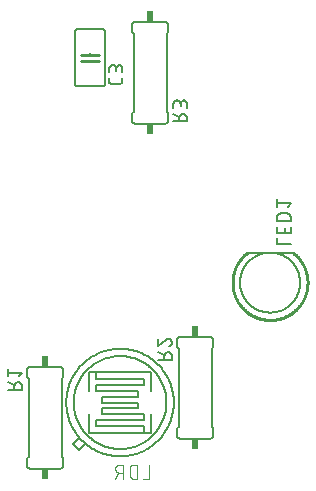
<source format=gbr>
G04 EAGLE Gerber RS-274X export*
G75*
%MOMM*%
%FSLAX34Y34*%
%LPD*%
%INSilkscreen Bottom*%
%IPPOS*%
%AMOC8*
5,1,8,0,0,1.08239X$1,22.5*%
G01*
%ADD10C,0.152400*%
%ADD11C,0.254000*%
%ADD12C,0.127000*%
%ADD13C,0.203200*%
%ADD14C,0.101600*%
%ADD15R,0.609600X0.863600*%


D10*
X190500Y613410D02*
X190500Y656590D01*
X165100Y656590D02*
X165100Y613410D01*
X167640Y659130D02*
X187960Y659130D01*
X187960Y610870D02*
X167640Y610870D01*
X190500Y656590D02*
X190498Y656690D01*
X190492Y656789D01*
X190482Y656889D01*
X190469Y656987D01*
X190451Y657086D01*
X190430Y657183D01*
X190405Y657279D01*
X190376Y657375D01*
X190343Y657469D01*
X190307Y657562D01*
X190267Y657653D01*
X190223Y657743D01*
X190176Y657831D01*
X190126Y657917D01*
X190072Y658001D01*
X190015Y658083D01*
X189955Y658162D01*
X189891Y658240D01*
X189825Y658314D01*
X189756Y658386D01*
X189684Y658455D01*
X189610Y658521D01*
X189532Y658585D01*
X189453Y658645D01*
X189371Y658702D01*
X189287Y658756D01*
X189201Y658806D01*
X189113Y658853D01*
X189023Y658897D01*
X188932Y658937D01*
X188839Y658973D01*
X188745Y659006D01*
X188649Y659035D01*
X188553Y659060D01*
X188456Y659081D01*
X188357Y659099D01*
X188259Y659112D01*
X188159Y659122D01*
X188060Y659128D01*
X187960Y659130D01*
X190500Y613410D02*
X190498Y613310D01*
X190492Y613211D01*
X190482Y613111D01*
X190469Y613013D01*
X190451Y612914D01*
X190430Y612817D01*
X190405Y612721D01*
X190376Y612625D01*
X190343Y612531D01*
X190307Y612438D01*
X190267Y612347D01*
X190223Y612257D01*
X190176Y612169D01*
X190126Y612083D01*
X190072Y611999D01*
X190015Y611917D01*
X189955Y611838D01*
X189891Y611760D01*
X189825Y611686D01*
X189756Y611614D01*
X189684Y611545D01*
X189610Y611479D01*
X189532Y611415D01*
X189453Y611355D01*
X189371Y611298D01*
X189287Y611244D01*
X189201Y611194D01*
X189113Y611147D01*
X189023Y611103D01*
X188932Y611063D01*
X188839Y611027D01*
X188745Y610994D01*
X188649Y610965D01*
X188553Y610940D01*
X188456Y610919D01*
X188357Y610901D01*
X188259Y610888D01*
X188159Y610878D01*
X188060Y610872D01*
X187960Y610870D01*
X165100Y656590D02*
X165102Y656690D01*
X165108Y656789D01*
X165118Y656889D01*
X165131Y656987D01*
X165149Y657086D01*
X165170Y657183D01*
X165195Y657279D01*
X165224Y657375D01*
X165257Y657469D01*
X165293Y657562D01*
X165333Y657653D01*
X165377Y657743D01*
X165424Y657831D01*
X165474Y657917D01*
X165528Y658001D01*
X165585Y658083D01*
X165645Y658162D01*
X165709Y658240D01*
X165775Y658314D01*
X165844Y658386D01*
X165916Y658455D01*
X165990Y658521D01*
X166068Y658585D01*
X166147Y658645D01*
X166229Y658702D01*
X166313Y658756D01*
X166399Y658806D01*
X166487Y658853D01*
X166577Y658897D01*
X166668Y658937D01*
X166761Y658973D01*
X166855Y659006D01*
X166951Y659035D01*
X167047Y659060D01*
X167144Y659081D01*
X167243Y659099D01*
X167341Y659112D01*
X167441Y659122D01*
X167540Y659128D01*
X167640Y659130D01*
X165100Y613410D02*
X165102Y613310D01*
X165108Y613211D01*
X165118Y613111D01*
X165131Y613013D01*
X165149Y612914D01*
X165170Y612817D01*
X165195Y612721D01*
X165224Y612625D01*
X165257Y612531D01*
X165293Y612438D01*
X165333Y612347D01*
X165377Y612257D01*
X165424Y612169D01*
X165474Y612083D01*
X165528Y611999D01*
X165585Y611917D01*
X165645Y611838D01*
X165709Y611760D01*
X165775Y611686D01*
X165844Y611614D01*
X165916Y611545D01*
X165990Y611479D01*
X166068Y611415D01*
X166147Y611355D01*
X166229Y611298D01*
X166313Y611244D01*
X166399Y611194D01*
X166487Y611147D01*
X166577Y611103D01*
X166668Y611063D01*
X166761Y611027D01*
X166855Y610994D01*
X166951Y610965D01*
X167047Y610940D01*
X167144Y610919D01*
X167243Y610901D01*
X167341Y610888D01*
X167441Y610878D01*
X167540Y610872D01*
X167640Y610870D01*
X177800Y637540D02*
X177800Y638810D01*
D11*
X177800Y637540D02*
X185420Y637540D01*
X177800Y637540D02*
X170180Y637540D01*
X177800Y632460D02*
X185420Y632460D01*
X177800Y632460D02*
X170180Y632460D01*
D10*
X177800Y632460D02*
X177800Y631190D01*
D12*
X193675Y617855D02*
X193675Y615315D01*
X193677Y615215D01*
X193683Y615116D01*
X193693Y615016D01*
X193706Y614918D01*
X193724Y614819D01*
X193745Y614722D01*
X193770Y614626D01*
X193799Y614530D01*
X193832Y614436D01*
X193868Y614343D01*
X193908Y614252D01*
X193952Y614162D01*
X193999Y614074D01*
X194049Y613988D01*
X194103Y613904D01*
X194160Y613822D01*
X194220Y613743D01*
X194284Y613665D01*
X194350Y613591D01*
X194419Y613519D01*
X194491Y613450D01*
X194565Y613384D01*
X194643Y613320D01*
X194722Y613260D01*
X194804Y613203D01*
X194888Y613149D01*
X194974Y613099D01*
X195062Y613052D01*
X195152Y613008D01*
X195243Y612968D01*
X195336Y612932D01*
X195430Y612899D01*
X195526Y612870D01*
X195622Y612845D01*
X195719Y612824D01*
X195818Y612806D01*
X195916Y612793D01*
X196016Y612783D01*
X196115Y612777D01*
X196215Y612775D01*
X202565Y612775D01*
X202665Y612777D01*
X202764Y612783D01*
X202864Y612793D01*
X202962Y612806D01*
X203061Y612824D01*
X203158Y612845D01*
X203254Y612870D01*
X203350Y612899D01*
X203444Y612932D01*
X203537Y612968D01*
X203628Y613008D01*
X203718Y613052D01*
X203806Y613099D01*
X203892Y613149D01*
X203976Y613203D01*
X204058Y613260D01*
X204137Y613320D01*
X204215Y613384D01*
X204289Y613450D01*
X204361Y613519D01*
X204430Y613591D01*
X204496Y613665D01*
X204560Y613743D01*
X204620Y613822D01*
X204677Y613904D01*
X204731Y613988D01*
X204781Y614074D01*
X204828Y614162D01*
X204872Y614252D01*
X204912Y614343D01*
X204948Y614436D01*
X204981Y614530D01*
X205010Y614626D01*
X205035Y614722D01*
X205056Y614819D01*
X205074Y614918D01*
X205087Y615016D01*
X205097Y615116D01*
X205103Y615215D01*
X205105Y615315D01*
X205105Y617855D01*
X193675Y622337D02*
X193675Y625512D01*
X193677Y625623D01*
X193683Y625733D01*
X193692Y625844D01*
X193706Y625954D01*
X193723Y626063D01*
X193744Y626172D01*
X193769Y626280D01*
X193798Y626387D01*
X193830Y626493D01*
X193866Y626598D01*
X193906Y626701D01*
X193949Y626803D01*
X193996Y626904D01*
X194047Y627003D01*
X194100Y627100D01*
X194157Y627194D01*
X194218Y627287D01*
X194281Y627378D01*
X194348Y627467D01*
X194418Y627553D01*
X194491Y627636D01*
X194566Y627718D01*
X194644Y627796D01*
X194726Y627871D01*
X194809Y627944D01*
X194895Y628014D01*
X194984Y628081D01*
X195075Y628144D01*
X195168Y628205D01*
X195263Y628262D01*
X195359Y628315D01*
X195458Y628366D01*
X195559Y628413D01*
X195661Y628456D01*
X195764Y628496D01*
X195869Y628532D01*
X195975Y628564D01*
X196082Y628593D01*
X196190Y628618D01*
X196299Y628639D01*
X196408Y628656D01*
X196518Y628670D01*
X196629Y628679D01*
X196739Y628685D01*
X196850Y628687D01*
X196961Y628685D01*
X197071Y628679D01*
X197182Y628670D01*
X197292Y628656D01*
X197401Y628639D01*
X197510Y628618D01*
X197618Y628593D01*
X197725Y628564D01*
X197831Y628532D01*
X197936Y628496D01*
X198039Y628456D01*
X198141Y628413D01*
X198242Y628366D01*
X198341Y628315D01*
X198438Y628262D01*
X198532Y628205D01*
X198625Y628144D01*
X198716Y628081D01*
X198805Y628014D01*
X198891Y627944D01*
X198974Y627871D01*
X199056Y627796D01*
X199134Y627718D01*
X199209Y627636D01*
X199282Y627553D01*
X199352Y627467D01*
X199419Y627378D01*
X199482Y627287D01*
X199543Y627194D01*
X199600Y627100D01*
X199653Y627003D01*
X199704Y626904D01*
X199751Y626803D01*
X199794Y626701D01*
X199834Y626598D01*
X199870Y626493D01*
X199902Y626387D01*
X199931Y626280D01*
X199956Y626172D01*
X199977Y626063D01*
X199994Y625954D01*
X200008Y625844D01*
X200017Y625733D01*
X200023Y625623D01*
X200025Y625512D01*
X205105Y626147D02*
X205105Y622337D01*
X205105Y626147D02*
X205103Y626247D01*
X205097Y626346D01*
X205087Y626446D01*
X205074Y626544D01*
X205056Y626643D01*
X205035Y626740D01*
X205010Y626836D01*
X204981Y626932D01*
X204948Y627026D01*
X204912Y627119D01*
X204872Y627210D01*
X204828Y627300D01*
X204781Y627388D01*
X204731Y627474D01*
X204677Y627558D01*
X204620Y627640D01*
X204560Y627719D01*
X204496Y627797D01*
X204430Y627871D01*
X204361Y627943D01*
X204289Y628012D01*
X204215Y628078D01*
X204137Y628142D01*
X204058Y628202D01*
X203976Y628259D01*
X203892Y628313D01*
X203806Y628363D01*
X203718Y628410D01*
X203628Y628454D01*
X203537Y628494D01*
X203444Y628530D01*
X203350Y628563D01*
X203254Y628592D01*
X203158Y628617D01*
X203061Y628638D01*
X202962Y628656D01*
X202864Y628669D01*
X202764Y628679D01*
X202665Y628685D01*
X202565Y628687D01*
X202465Y628685D01*
X202366Y628679D01*
X202266Y628669D01*
X202168Y628656D01*
X202069Y628638D01*
X201972Y628617D01*
X201876Y628592D01*
X201780Y628563D01*
X201686Y628530D01*
X201593Y628494D01*
X201502Y628454D01*
X201412Y628410D01*
X201324Y628363D01*
X201238Y628313D01*
X201154Y628259D01*
X201072Y628202D01*
X200993Y628142D01*
X200915Y628078D01*
X200841Y628012D01*
X200769Y627943D01*
X200700Y627871D01*
X200634Y627797D01*
X200570Y627719D01*
X200510Y627640D01*
X200453Y627558D01*
X200399Y627474D01*
X200349Y627388D01*
X200302Y627300D01*
X200258Y627210D01*
X200218Y627119D01*
X200182Y627026D01*
X200149Y626932D01*
X200120Y626836D01*
X200095Y626740D01*
X200074Y626643D01*
X200056Y626544D01*
X200043Y626446D01*
X200033Y626346D01*
X200027Y626247D01*
X200025Y626147D01*
X200025Y623607D01*
D13*
X229200Y332900D02*
X229200Y316900D01*
X229200Y352900D02*
X229200Y368900D01*
X177200Y368900D01*
X177200Y352900D01*
X177200Y332900D02*
X177200Y316900D01*
X229200Y316900D01*
X183200Y362900D02*
X183200Y367900D01*
X183200Y362900D02*
X223200Y362900D01*
X223200Y357900D01*
X183200Y357900D01*
X183200Y352900D01*
X218200Y352900D01*
X218200Y347900D01*
X188200Y347900D01*
X188200Y342900D01*
X218200Y342900D01*
X218200Y337900D01*
X188200Y337900D01*
X188200Y332900D01*
X223200Y332900D01*
X223200Y327900D01*
X183200Y327900D01*
X183200Y322900D01*
X223200Y322900D01*
X223200Y317900D01*
X168200Y312900D02*
X163200Y307900D01*
X168200Y302900D01*
X173200Y307900D01*
X163938Y342900D02*
X163950Y343864D01*
X163985Y344826D01*
X164044Y345788D01*
X164127Y346748D01*
X164233Y347706D01*
X164363Y348661D01*
X164516Y349612D01*
X164692Y350560D01*
X164892Y351502D01*
X165115Y352440D01*
X165360Y353372D01*
X165629Y354297D01*
X165920Y355216D01*
X166233Y356127D01*
X166569Y357030D01*
X166927Y357925D01*
X167306Y358811D01*
X167708Y359687D01*
X168130Y360553D01*
X168574Y361408D01*
X169039Y362252D01*
X169524Y363085D01*
X170029Y363905D01*
X170555Y364713D01*
X171100Y365507D01*
X171664Y366288D01*
X172248Y367055D01*
X172850Y367808D01*
X173470Y368545D01*
X174109Y369267D01*
X174765Y369973D01*
X175438Y370662D01*
X176127Y371335D01*
X176833Y371991D01*
X177555Y372630D01*
X178292Y373250D01*
X179045Y373852D01*
X179812Y374436D01*
X180593Y375000D01*
X181387Y375545D01*
X182195Y376071D01*
X183015Y376576D01*
X183848Y377061D01*
X184692Y377526D01*
X185547Y377970D01*
X186413Y378392D01*
X187289Y378794D01*
X188175Y379173D01*
X189070Y379531D01*
X189973Y379867D01*
X190884Y380180D01*
X191803Y380471D01*
X192728Y380740D01*
X193660Y380985D01*
X194598Y381208D01*
X195540Y381408D01*
X196488Y381584D01*
X197439Y381737D01*
X198394Y381867D01*
X199352Y381973D01*
X200312Y382056D01*
X201274Y382115D01*
X202236Y382150D01*
X203200Y382162D01*
X204164Y382150D01*
X205126Y382115D01*
X206088Y382056D01*
X207048Y381973D01*
X208006Y381867D01*
X208961Y381737D01*
X209912Y381584D01*
X210860Y381408D01*
X211802Y381208D01*
X212740Y380985D01*
X213672Y380740D01*
X214597Y380471D01*
X215516Y380180D01*
X216427Y379867D01*
X217330Y379531D01*
X218225Y379173D01*
X219111Y378794D01*
X219987Y378392D01*
X220853Y377970D01*
X221708Y377526D01*
X222552Y377061D01*
X223385Y376576D01*
X224205Y376071D01*
X225013Y375545D01*
X225807Y375000D01*
X226588Y374436D01*
X227355Y373852D01*
X228108Y373250D01*
X228845Y372630D01*
X229567Y371991D01*
X230273Y371335D01*
X230962Y370662D01*
X231635Y369973D01*
X232291Y369267D01*
X232930Y368545D01*
X233550Y367808D01*
X234152Y367055D01*
X234736Y366288D01*
X235300Y365507D01*
X235845Y364713D01*
X236371Y363905D01*
X236876Y363085D01*
X237361Y362252D01*
X237826Y361408D01*
X238270Y360553D01*
X238692Y359687D01*
X239094Y358811D01*
X239473Y357925D01*
X239831Y357030D01*
X240167Y356127D01*
X240480Y355216D01*
X240771Y354297D01*
X241040Y353372D01*
X241285Y352440D01*
X241508Y351502D01*
X241708Y350560D01*
X241884Y349612D01*
X242037Y348661D01*
X242167Y347706D01*
X242273Y346748D01*
X242356Y345788D01*
X242415Y344826D01*
X242450Y343864D01*
X242462Y342900D01*
X242450Y341936D01*
X242415Y340974D01*
X242356Y340012D01*
X242273Y339052D01*
X242167Y338094D01*
X242037Y337139D01*
X241884Y336188D01*
X241708Y335240D01*
X241508Y334298D01*
X241285Y333360D01*
X241040Y332428D01*
X240771Y331503D01*
X240480Y330584D01*
X240167Y329673D01*
X239831Y328770D01*
X239473Y327875D01*
X239094Y326989D01*
X238692Y326113D01*
X238270Y325247D01*
X237826Y324392D01*
X237361Y323548D01*
X236876Y322715D01*
X236371Y321895D01*
X235845Y321087D01*
X235300Y320293D01*
X234736Y319512D01*
X234152Y318745D01*
X233550Y317992D01*
X232930Y317255D01*
X232291Y316533D01*
X231635Y315827D01*
X230962Y315138D01*
X230273Y314465D01*
X229567Y313809D01*
X228845Y313170D01*
X228108Y312550D01*
X227355Y311948D01*
X226588Y311364D01*
X225807Y310800D01*
X225013Y310255D01*
X224205Y309729D01*
X223385Y309224D01*
X222552Y308739D01*
X221708Y308274D01*
X220853Y307830D01*
X219987Y307408D01*
X219111Y307006D01*
X218225Y306627D01*
X217330Y306269D01*
X216427Y305933D01*
X215516Y305620D01*
X214597Y305329D01*
X213672Y305060D01*
X212740Y304815D01*
X211802Y304592D01*
X210860Y304392D01*
X209912Y304216D01*
X208961Y304063D01*
X208006Y303933D01*
X207048Y303827D01*
X206088Y303744D01*
X205126Y303685D01*
X204164Y303650D01*
X203200Y303638D01*
X202236Y303650D01*
X201274Y303685D01*
X200312Y303744D01*
X199352Y303827D01*
X198394Y303933D01*
X197439Y304063D01*
X196488Y304216D01*
X195540Y304392D01*
X194598Y304592D01*
X193660Y304815D01*
X192728Y305060D01*
X191803Y305329D01*
X190884Y305620D01*
X189973Y305933D01*
X189070Y306269D01*
X188175Y306627D01*
X187289Y307006D01*
X186413Y307408D01*
X185547Y307830D01*
X184692Y308274D01*
X183848Y308739D01*
X183015Y309224D01*
X182195Y309729D01*
X181387Y310255D01*
X180593Y310800D01*
X179812Y311364D01*
X179045Y311948D01*
X178292Y312550D01*
X177555Y313170D01*
X176833Y313809D01*
X176127Y314465D01*
X175438Y315138D01*
X174765Y315827D01*
X174109Y316533D01*
X173470Y317255D01*
X172850Y317992D01*
X172248Y318745D01*
X171664Y319512D01*
X171100Y320293D01*
X170555Y321087D01*
X170029Y321895D01*
X169524Y322715D01*
X169039Y323548D01*
X168574Y324392D01*
X168130Y325247D01*
X167708Y326113D01*
X167306Y326989D01*
X166927Y327875D01*
X166569Y328770D01*
X166233Y329673D01*
X165920Y330584D01*
X165629Y331503D01*
X165360Y332428D01*
X165115Y333360D01*
X164892Y334298D01*
X164692Y335240D01*
X164516Y336188D01*
X164363Y337139D01*
X164233Y338094D01*
X164127Y339052D01*
X164044Y340012D01*
X163985Y340974D01*
X163950Y341936D01*
X163938Y342900D01*
X157700Y342900D02*
X157714Y344017D01*
X157755Y345133D01*
X157823Y346247D01*
X157919Y347360D01*
X158042Y348470D01*
X158192Y349576D01*
X158370Y350679D01*
X158574Y351777D01*
X158806Y352869D01*
X159064Y353956D01*
X159348Y355035D01*
X159659Y356108D01*
X159996Y357173D01*
X160360Y358228D01*
X160749Y359275D01*
X161163Y360312D01*
X161603Y361338D01*
X162068Y362354D01*
X162558Y363357D01*
X163073Y364349D01*
X163611Y365327D01*
X164173Y366292D01*
X164759Y367242D01*
X165368Y368178D01*
X166000Y369099D01*
X166654Y370004D01*
X167330Y370893D01*
X168028Y371765D01*
X168747Y372619D01*
X169487Y373456D01*
X170247Y374274D01*
X171027Y375073D01*
X171826Y375853D01*
X172644Y376613D01*
X173481Y377353D01*
X174335Y378072D01*
X175207Y378770D01*
X176096Y379446D01*
X177001Y380100D01*
X177922Y380732D01*
X178858Y381341D01*
X179808Y381927D01*
X180773Y382489D01*
X181751Y383027D01*
X182743Y383542D01*
X183746Y384032D01*
X184762Y384497D01*
X185788Y384937D01*
X186825Y385351D01*
X187872Y385740D01*
X188927Y386104D01*
X189992Y386441D01*
X191065Y386752D01*
X192144Y387036D01*
X193231Y387294D01*
X194323Y387526D01*
X195421Y387730D01*
X196524Y387908D01*
X197630Y388058D01*
X198740Y388181D01*
X199853Y388277D01*
X200967Y388345D01*
X202083Y388386D01*
X203200Y388400D01*
X204317Y388386D01*
X205433Y388345D01*
X206547Y388277D01*
X207660Y388181D01*
X208770Y388058D01*
X209876Y387908D01*
X210979Y387730D01*
X212077Y387526D01*
X213169Y387294D01*
X214256Y387036D01*
X215335Y386752D01*
X216408Y386441D01*
X217473Y386104D01*
X218528Y385740D01*
X219575Y385351D01*
X220612Y384937D01*
X221638Y384497D01*
X222654Y384032D01*
X223657Y383542D01*
X224649Y383027D01*
X225627Y382489D01*
X226592Y381927D01*
X227542Y381341D01*
X228478Y380732D01*
X229399Y380100D01*
X230304Y379446D01*
X231193Y378770D01*
X232065Y378072D01*
X232919Y377353D01*
X233756Y376613D01*
X234574Y375853D01*
X235373Y375073D01*
X236153Y374274D01*
X236913Y373456D01*
X237653Y372619D01*
X238372Y371765D01*
X239070Y370893D01*
X239746Y370004D01*
X240400Y369099D01*
X241032Y368178D01*
X241641Y367242D01*
X242227Y366292D01*
X242789Y365327D01*
X243327Y364349D01*
X243842Y363357D01*
X244332Y362354D01*
X244797Y361338D01*
X245237Y360312D01*
X245651Y359275D01*
X246040Y358228D01*
X246404Y357173D01*
X246741Y356108D01*
X247052Y355035D01*
X247336Y353956D01*
X247594Y352869D01*
X247826Y351777D01*
X248030Y350679D01*
X248208Y349576D01*
X248358Y348470D01*
X248481Y347360D01*
X248577Y346247D01*
X248645Y345133D01*
X248686Y344017D01*
X248700Y342900D01*
X248686Y341783D01*
X248645Y340667D01*
X248577Y339553D01*
X248481Y338440D01*
X248358Y337330D01*
X248208Y336224D01*
X248030Y335121D01*
X247826Y334023D01*
X247594Y332931D01*
X247336Y331844D01*
X247052Y330765D01*
X246741Y329692D01*
X246404Y328627D01*
X246040Y327572D01*
X245651Y326525D01*
X245237Y325488D01*
X244797Y324462D01*
X244332Y323446D01*
X243842Y322443D01*
X243327Y321451D01*
X242789Y320473D01*
X242227Y319508D01*
X241641Y318558D01*
X241032Y317622D01*
X240400Y316701D01*
X239746Y315796D01*
X239070Y314907D01*
X238372Y314035D01*
X237653Y313181D01*
X236913Y312344D01*
X236153Y311526D01*
X235373Y310727D01*
X234574Y309947D01*
X233756Y309187D01*
X232919Y308447D01*
X232065Y307728D01*
X231193Y307030D01*
X230304Y306354D01*
X229399Y305700D01*
X228478Y305068D01*
X227542Y304459D01*
X226592Y303873D01*
X225627Y303311D01*
X224649Y302773D01*
X223657Y302258D01*
X222654Y301768D01*
X221638Y301303D01*
X220612Y300863D01*
X219575Y300449D01*
X218528Y300060D01*
X217473Y299696D01*
X216408Y299359D01*
X215335Y299048D01*
X214256Y298764D01*
X213169Y298506D01*
X212077Y298274D01*
X210979Y298070D01*
X209876Y297892D01*
X208770Y297742D01*
X207660Y297619D01*
X206547Y297523D01*
X205433Y297455D01*
X204317Y297414D01*
X203200Y297400D01*
X202083Y297414D01*
X200967Y297455D01*
X199853Y297523D01*
X198740Y297619D01*
X197630Y297742D01*
X196524Y297892D01*
X195421Y298070D01*
X194323Y298274D01*
X193231Y298506D01*
X192144Y298764D01*
X191065Y299048D01*
X189992Y299359D01*
X188927Y299696D01*
X187872Y300060D01*
X186825Y300449D01*
X185788Y300863D01*
X184762Y301303D01*
X183746Y301768D01*
X182743Y302258D01*
X181751Y302773D01*
X180773Y303311D01*
X179808Y303873D01*
X178858Y304459D01*
X177922Y305068D01*
X177001Y305700D01*
X176096Y306354D01*
X175207Y307030D01*
X174335Y307728D01*
X173481Y308447D01*
X172644Y309187D01*
X171826Y309947D01*
X171027Y310727D01*
X170247Y311526D01*
X169487Y312344D01*
X168747Y313181D01*
X168028Y314035D01*
X167330Y314907D01*
X166654Y315796D01*
X166000Y316701D01*
X165368Y317622D01*
X164759Y318558D01*
X164173Y319508D01*
X163611Y320473D01*
X163073Y321451D01*
X162558Y322443D01*
X162068Y323446D01*
X161603Y324462D01*
X161163Y325488D01*
X160749Y326525D01*
X160360Y327572D01*
X159996Y328627D01*
X159659Y329692D01*
X159348Y330765D01*
X159064Y331844D01*
X158806Y332931D01*
X158574Y334023D01*
X158370Y335121D01*
X158192Y336224D01*
X158042Y337330D01*
X157919Y338440D01*
X157823Y339553D01*
X157755Y340667D01*
X157714Y341783D01*
X157700Y342900D01*
D14*
X227692Y290092D02*
X227692Y278408D01*
X222499Y278408D01*
X217809Y278408D02*
X217809Y290092D01*
X214563Y290092D01*
X214450Y290090D01*
X214337Y290084D01*
X214224Y290074D01*
X214111Y290060D01*
X213999Y290043D01*
X213888Y290021D01*
X213778Y289996D01*
X213668Y289966D01*
X213560Y289933D01*
X213453Y289896D01*
X213347Y289856D01*
X213243Y289811D01*
X213140Y289763D01*
X213039Y289712D01*
X212940Y289657D01*
X212843Y289599D01*
X212748Y289537D01*
X212655Y289472D01*
X212565Y289404D01*
X212477Y289333D01*
X212391Y289258D01*
X212308Y289181D01*
X212228Y289101D01*
X212151Y289018D01*
X212076Y288932D01*
X212005Y288844D01*
X211937Y288754D01*
X211872Y288661D01*
X211810Y288566D01*
X211752Y288469D01*
X211697Y288370D01*
X211646Y288269D01*
X211598Y288166D01*
X211553Y288062D01*
X211513Y287956D01*
X211476Y287849D01*
X211443Y287741D01*
X211413Y287631D01*
X211388Y287521D01*
X211366Y287410D01*
X211349Y287298D01*
X211335Y287185D01*
X211325Y287072D01*
X211319Y286959D01*
X211317Y286846D01*
X211318Y286846D02*
X211318Y281654D01*
X211317Y281654D02*
X211319Y281541D01*
X211325Y281428D01*
X211335Y281315D01*
X211349Y281202D01*
X211366Y281090D01*
X211388Y280979D01*
X211413Y280869D01*
X211443Y280759D01*
X211476Y280651D01*
X211513Y280544D01*
X211553Y280438D01*
X211598Y280334D01*
X211646Y280231D01*
X211697Y280130D01*
X211752Y280031D01*
X211810Y279934D01*
X211872Y279839D01*
X211937Y279746D01*
X212005Y279656D01*
X212076Y279568D01*
X212151Y279482D01*
X212228Y279399D01*
X212308Y279319D01*
X212391Y279242D01*
X212477Y279167D01*
X212565Y279096D01*
X212655Y279028D01*
X212748Y278963D01*
X212843Y278901D01*
X212940Y278843D01*
X213039Y278788D01*
X213140Y278737D01*
X213243Y278689D01*
X213347Y278644D01*
X213453Y278604D01*
X213560Y278567D01*
X213668Y278534D01*
X213778Y278504D01*
X213888Y278479D01*
X213999Y278457D01*
X214111Y278440D01*
X214224Y278426D01*
X214337Y278416D01*
X214450Y278410D01*
X214563Y278408D01*
X217809Y278408D01*
X205543Y278408D02*
X205543Y290092D01*
X202297Y290092D01*
X202184Y290090D01*
X202071Y290084D01*
X201958Y290074D01*
X201845Y290060D01*
X201733Y290043D01*
X201622Y290021D01*
X201512Y289996D01*
X201402Y289966D01*
X201294Y289933D01*
X201187Y289896D01*
X201081Y289856D01*
X200977Y289811D01*
X200874Y289763D01*
X200773Y289712D01*
X200674Y289657D01*
X200577Y289599D01*
X200482Y289537D01*
X200389Y289472D01*
X200299Y289404D01*
X200211Y289333D01*
X200125Y289258D01*
X200042Y289181D01*
X199962Y289101D01*
X199885Y289018D01*
X199810Y288932D01*
X199739Y288844D01*
X199671Y288754D01*
X199606Y288661D01*
X199544Y288566D01*
X199486Y288469D01*
X199431Y288370D01*
X199380Y288269D01*
X199332Y288166D01*
X199287Y288062D01*
X199247Y287956D01*
X199210Y287849D01*
X199177Y287741D01*
X199147Y287631D01*
X199122Y287521D01*
X199100Y287410D01*
X199083Y287298D01*
X199069Y287185D01*
X199059Y287072D01*
X199053Y286959D01*
X199051Y286846D01*
X199053Y286733D01*
X199059Y286620D01*
X199069Y286507D01*
X199083Y286394D01*
X199100Y286282D01*
X199122Y286171D01*
X199147Y286061D01*
X199177Y285951D01*
X199210Y285843D01*
X199247Y285736D01*
X199287Y285630D01*
X199332Y285526D01*
X199380Y285423D01*
X199431Y285322D01*
X199486Y285223D01*
X199544Y285126D01*
X199606Y285031D01*
X199671Y284938D01*
X199739Y284848D01*
X199810Y284760D01*
X199885Y284674D01*
X199962Y284591D01*
X200042Y284511D01*
X200125Y284434D01*
X200211Y284359D01*
X200299Y284288D01*
X200389Y284220D01*
X200482Y284155D01*
X200577Y284093D01*
X200674Y284035D01*
X200773Y283980D01*
X200874Y283929D01*
X200977Y283881D01*
X201081Y283836D01*
X201187Y283796D01*
X201294Y283759D01*
X201402Y283726D01*
X201512Y283696D01*
X201622Y283671D01*
X201733Y283649D01*
X201845Y283632D01*
X201958Y283618D01*
X202071Y283608D01*
X202184Y283602D01*
X202297Y283600D01*
X202297Y283601D02*
X205543Y283601D01*
X201648Y283601D02*
X199052Y278408D01*
D13*
X311150Y469900D02*
X349250Y469900D01*
D11*
X349866Y469426D01*
X350471Y468937D01*
X351063Y468433D01*
X351643Y467915D01*
X352210Y467383D01*
X352764Y466837D01*
X353304Y466278D01*
X353830Y465705D01*
X354343Y465120D01*
X354840Y464523D01*
X355323Y463914D01*
X355791Y463293D01*
X356244Y462660D01*
X356681Y462017D01*
X357102Y461363D01*
X357506Y460699D01*
X357895Y460026D01*
X358267Y459343D01*
X358622Y458651D01*
X358960Y457951D01*
X359281Y457243D01*
X359584Y456527D01*
X359870Y455803D01*
X360138Y455074D01*
X360388Y454337D01*
X360619Y453595D01*
X360833Y452847D01*
X361028Y452095D01*
X361205Y451337D01*
X361363Y450576D01*
X361503Y449811D01*
X361623Y449043D01*
X361725Y448272D01*
X361808Y447499D01*
X361872Y446724D01*
X361917Y445948D01*
X361943Y445171D01*
X361950Y444393D01*
X361938Y443616D01*
X361907Y442839D01*
X361856Y442063D01*
X361787Y441288D01*
X361699Y440516D01*
X361592Y439746D01*
X361466Y438978D01*
X361322Y438214D01*
X361158Y437454D01*
X360976Y436698D01*
X360776Y435947D01*
X360558Y435200D01*
X360321Y434460D01*
X360066Y433725D01*
X359793Y432997D01*
X359502Y432276D01*
X359194Y431562D01*
X358869Y430856D01*
X358526Y430158D01*
X358166Y429468D01*
X357790Y428788D01*
X357397Y428117D01*
X356987Y427456D01*
X356562Y426805D01*
X356121Y426165D01*
X355664Y425536D01*
X355192Y424918D01*
X354705Y424312D01*
X354203Y423718D01*
X353687Y423136D01*
X353157Y422567D01*
X352613Y422012D01*
X352055Y421469D01*
X351485Y420941D01*
X350902Y420427D01*
X350306Y419927D01*
X349698Y419442D01*
X349079Y418972D01*
X348448Y418518D01*
X347806Y418079D01*
X347154Y417655D01*
X346491Y417248D01*
X345819Y416857D01*
X345137Y416483D01*
X344447Y416126D01*
X343748Y415786D01*
X343040Y415462D01*
X342326Y415157D01*
X341603Y414868D01*
X340874Y414598D01*
X340139Y414346D01*
X339397Y414111D01*
X338650Y413895D01*
X337898Y413697D01*
X337142Y413518D01*
X336381Y413357D01*
X335617Y413215D01*
X334849Y413092D01*
X334078Y412988D01*
X333305Y412902D01*
X332531Y412836D01*
X331755Y412788D01*
X330978Y412760D01*
X330200Y412750D01*
X329422Y412760D01*
X328645Y412788D01*
X327869Y412836D01*
X327095Y412902D01*
X326322Y412988D01*
X325551Y413092D01*
X324783Y413215D01*
X324019Y413357D01*
X323258Y413518D01*
X322502Y413697D01*
X321750Y413895D01*
X321003Y414111D01*
X320261Y414346D01*
X319526Y414598D01*
X318797Y414868D01*
X318074Y415157D01*
X317360Y415462D01*
X316652Y415786D01*
X315953Y416126D01*
X315263Y416483D01*
X314581Y416857D01*
X313909Y417248D01*
X313246Y417655D01*
X312594Y418079D01*
X311952Y418518D01*
X311321Y418972D01*
X310702Y419442D01*
X310094Y419927D01*
X309498Y420427D01*
X308915Y420941D01*
X308345Y421469D01*
X307787Y422012D01*
X307243Y422567D01*
X306713Y423136D01*
X306197Y423718D01*
X305695Y424312D01*
X305208Y424918D01*
X304736Y425536D01*
X304279Y426165D01*
X303838Y426805D01*
X303413Y427456D01*
X303003Y428117D01*
X302610Y428788D01*
X302234Y429468D01*
X301874Y430158D01*
X301531Y430856D01*
X301206Y431562D01*
X300898Y432276D01*
X300607Y432997D01*
X300334Y433725D01*
X300079Y434460D01*
X299842Y435200D01*
X299624Y435947D01*
X299424Y436698D01*
X299242Y437454D01*
X299078Y438214D01*
X298934Y438978D01*
X298808Y439746D01*
X298701Y440516D01*
X298613Y441288D01*
X298544Y442063D01*
X298493Y442839D01*
X298462Y443616D01*
X298450Y444393D01*
X298457Y445171D01*
X298483Y445948D01*
X298528Y446724D01*
X298592Y447499D01*
X298675Y448272D01*
X298777Y449043D01*
X298897Y449811D01*
X299037Y450576D01*
X299195Y451337D01*
X299372Y452095D01*
X299567Y452847D01*
X299781Y453595D01*
X300012Y454337D01*
X300262Y455074D01*
X300530Y455803D01*
X300816Y456527D01*
X301119Y457243D01*
X301440Y457951D01*
X301778Y458651D01*
X302133Y459343D01*
X302505Y460026D01*
X302894Y460699D01*
X303298Y461363D01*
X303719Y462017D01*
X304156Y462660D01*
X304609Y463293D01*
X305077Y463914D01*
X305560Y464523D01*
X306057Y465120D01*
X306570Y465705D01*
X307096Y466278D01*
X307636Y466837D01*
X308190Y467383D01*
X308757Y467915D01*
X309337Y468433D01*
X309929Y468937D01*
X310534Y469426D01*
X311150Y469900D01*
D10*
X304800Y444500D02*
X304808Y445123D01*
X304831Y445746D01*
X304869Y446369D01*
X304922Y446990D01*
X304991Y447609D01*
X305075Y448227D01*
X305174Y448842D01*
X305288Y449455D01*
X305417Y450065D01*
X305561Y450672D01*
X305720Y451275D01*
X305894Y451873D01*
X306082Y452468D01*
X306285Y453057D01*
X306502Y453641D01*
X306733Y454220D01*
X306979Y454793D01*
X307239Y455360D01*
X307512Y455920D01*
X307799Y456473D01*
X308100Y457020D01*
X308414Y457558D01*
X308741Y458089D01*
X309081Y458611D01*
X309433Y459126D01*
X309799Y459631D01*
X310176Y460127D01*
X310566Y460614D01*
X310967Y461091D01*
X311380Y461558D01*
X311804Y462014D01*
X312239Y462461D01*
X312686Y462896D01*
X313142Y463320D01*
X313609Y463733D01*
X314086Y464134D01*
X314573Y464524D01*
X315069Y464901D01*
X315574Y465267D01*
X316089Y465619D01*
X316611Y465959D01*
X317142Y466286D01*
X317680Y466600D01*
X318227Y466901D01*
X318780Y467188D01*
X319340Y467461D01*
X319907Y467721D01*
X320480Y467967D01*
X321059Y468198D01*
X321643Y468415D01*
X322232Y468618D01*
X322827Y468806D01*
X323425Y468980D01*
X324028Y469139D01*
X324635Y469283D01*
X325245Y469412D01*
X325858Y469526D01*
X326473Y469625D01*
X327091Y469709D01*
X327710Y469778D01*
X328331Y469831D01*
X328954Y469869D01*
X329577Y469892D01*
X330200Y469900D01*
X330823Y469892D01*
X331446Y469869D01*
X332069Y469831D01*
X332690Y469778D01*
X333309Y469709D01*
X333927Y469625D01*
X334542Y469526D01*
X335155Y469412D01*
X335765Y469283D01*
X336372Y469139D01*
X336975Y468980D01*
X337573Y468806D01*
X338168Y468618D01*
X338757Y468415D01*
X339341Y468198D01*
X339920Y467967D01*
X340493Y467721D01*
X341060Y467461D01*
X341620Y467188D01*
X342173Y466901D01*
X342720Y466600D01*
X343258Y466286D01*
X343789Y465959D01*
X344311Y465619D01*
X344826Y465267D01*
X345331Y464901D01*
X345827Y464524D01*
X346314Y464134D01*
X346791Y463733D01*
X347258Y463320D01*
X347714Y462896D01*
X348161Y462461D01*
X348596Y462014D01*
X349020Y461558D01*
X349433Y461091D01*
X349834Y460614D01*
X350224Y460127D01*
X350601Y459631D01*
X350967Y459126D01*
X351319Y458611D01*
X351659Y458089D01*
X351986Y457558D01*
X352300Y457020D01*
X352601Y456473D01*
X352888Y455920D01*
X353161Y455360D01*
X353421Y454793D01*
X353667Y454220D01*
X353898Y453641D01*
X354115Y453057D01*
X354318Y452468D01*
X354506Y451873D01*
X354680Y451275D01*
X354839Y450672D01*
X354983Y450065D01*
X355112Y449455D01*
X355226Y448842D01*
X355325Y448227D01*
X355409Y447609D01*
X355478Y446990D01*
X355531Y446369D01*
X355569Y445746D01*
X355592Y445123D01*
X355600Y444500D01*
X355592Y443877D01*
X355569Y443254D01*
X355531Y442631D01*
X355478Y442010D01*
X355409Y441391D01*
X355325Y440773D01*
X355226Y440158D01*
X355112Y439545D01*
X354983Y438935D01*
X354839Y438328D01*
X354680Y437725D01*
X354506Y437127D01*
X354318Y436532D01*
X354115Y435943D01*
X353898Y435359D01*
X353667Y434780D01*
X353421Y434207D01*
X353161Y433640D01*
X352888Y433080D01*
X352601Y432527D01*
X352300Y431980D01*
X351986Y431442D01*
X351659Y430911D01*
X351319Y430389D01*
X350967Y429874D01*
X350601Y429369D01*
X350224Y428873D01*
X349834Y428386D01*
X349433Y427909D01*
X349020Y427442D01*
X348596Y426986D01*
X348161Y426539D01*
X347714Y426104D01*
X347258Y425680D01*
X346791Y425267D01*
X346314Y424866D01*
X345827Y424476D01*
X345331Y424099D01*
X344826Y423733D01*
X344311Y423381D01*
X343789Y423041D01*
X343258Y422714D01*
X342720Y422400D01*
X342173Y422099D01*
X341620Y421812D01*
X341060Y421539D01*
X340493Y421279D01*
X339920Y421033D01*
X339341Y420802D01*
X338757Y420585D01*
X338168Y420382D01*
X337573Y420194D01*
X336975Y420020D01*
X336372Y419861D01*
X335765Y419717D01*
X335155Y419588D01*
X334542Y419474D01*
X333927Y419375D01*
X333309Y419291D01*
X332690Y419222D01*
X332069Y419169D01*
X331446Y419131D01*
X330823Y419108D01*
X330200Y419100D01*
X329577Y419108D01*
X328954Y419131D01*
X328331Y419169D01*
X327710Y419222D01*
X327091Y419291D01*
X326473Y419375D01*
X325858Y419474D01*
X325245Y419588D01*
X324635Y419717D01*
X324028Y419861D01*
X323425Y420020D01*
X322827Y420194D01*
X322232Y420382D01*
X321643Y420585D01*
X321059Y420802D01*
X320480Y421033D01*
X319907Y421279D01*
X319340Y421539D01*
X318780Y421812D01*
X318227Y422099D01*
X317680Y422400D01*
X317142Y422714D01*
X316611Y423041D01*
X316089Y423381D01*
X315574Y423733D01*
X315069Y424099D01*
X314573Y424476D01*
X314086Y424866D01*
X313609Y425267D01*
X313142Y425680D01*
X312686Y426104D01*
X312239Y426539D01*
X311804Y426986D01*
X311380Y427442D01*
X310967Y427909D01*
X310566Y428386D01*
X310176Y428873D01*
X309799Y429369D01*
X309433Y429874D01*
X309081Y430389D01*
X308741Y430911D01*
X308414Y431442D01*
X308100Y431980D01*
X307799Y432527D01*
X307512Y433080D01*
X307239Y433640D01*
X306979Y434207D01*
X306733Y434780D01*
X306502Y435359D01*
X306285Y435943D01*
X306082Y436532D01*
X305894Y437127D01*
X305720Y437725D01*
X305561Y438328D01*
X305417Y438935D01*
X305288Y439545D01*
X305174Y440158D01*
X305075Y440773D01*
X304991Y441391D01*
X304922Y442010D01*
X304869Y442631D01*
X304831Y443254D01*
X304808Y443877D01*
X304800Y444500D01*
D12*
X336169Y476885D02*
X347599Y476885D01*
X336169Y476885D02*
X336169Y481965D01*
X336169Y486791D02*
X336169Y491871D01*
X336169Y486791D02*
X347599Y486791D01*
X347599Y491871D01*
X342519Y490601D02*
X342519Y486791D01*
X347599Y496672D02*
X336169Y496672D01*
X347599Y496672D02*
X347599Y499847D01*
X347597Y499958D01*
X347591Y500068D01*
X347582Y500179D01*
X347568Y500289D01*
X347551Y500398D01*
X347530Y500507D01*
X347505Y500615D01*
X347476Y500722D01*
X347444Y500828D01*
X347408Y500933D01*
X347368Y501036D01*
X347325Y501138D01*
X347278Y501239D01*
X347227Y501338D01*
X347174Y501435D01*
X347117Y501529D01*
X347056Y501622D01*
X346993Y501713D01*
X346926Y501802D01*
X346856Y501888D01*
X346783Y501971D01*
X346708Y502053D01*
X346630Y502131D01*
X346548Y502206D01*
X346465Y502279D01*
X346379Y502349D01*
X346290Y502416D01*
X346199Y502479D01*
X346106Y502540D01*
X346012Y502597D01*
X345915Y502650D01*
X345816Y502701D01*
X345715Y502748D01*
X345613Y502791D01*
X345510Y502831D01*
X345405Y502867D01*
X345299Y502899D01*
X345192Y502928D01*
X345084Y502953D01*
X344975Y502974D01*
X344866Y502991D01*
X344756Y503005D01*
X344645Y503014D01*
X344535Y503020D01*
X344424Y503022D01*
X339344Y503022D01*
X339233Y503020D01*
X339123Y503014D01*
X339012Y503005D01*
X338902Y502991D01*
X338793Y502974D01*
X338684Y502953D01*
X338576Y502928D01*
X338469Y502899D01*
X338363Y502867D01*
X338258Y502831D01*
X338155Y502791D01*
X338053Y502748D01*
X337952Y502701D01*
X337853Y502650D01*
X337757Y502597D01*
X337662Y502540D01*
X337569Y502479D01*
X337478Y502416D01*
X337389Y502349D01*
X337303Y502279D01*
X337220Y502206D01*
X337138Y502131D01*
X337060Y502053D01*
X336985Y501971D01*
X336912Y501888D01*
X336842Y501802D01*
X336775Y501713D01*
X336712Y501622D01*
X336651Y501529D01*
X336594Y501435D01*
X336541Y501338D01*
X336490Y501239D01*
X336443Y501138D01*
X336400Y501036D01*
X336360Y500933D01*
X336324Y500828D01*
X336292Y500722D01*
X336263Y500615D01*
X336238Y500507D01*
X336217Y500398D01*
X336200Y500289D01*
X336186Y500179D01*
X336177Y500068D01*
X336171Y499958D01*
X336169Y499847D01*
X336169Y496672D01*
X345059Y508483D02*
X347599Y511658D01*
X336169Y511658D01*
X336169Y508483D02*
X336169Y514833D01*
D10*
X127000Y373380D02*
X126900Y373378D01*
X126801Y373372D01*
X126701Y373362D01*
X126603Y373349D01*
X126504Y373331D01*
X126407Y373310D01*
X126311Y373285D01*
X126215Y373256D01*
X126121Y373223D01*
X126028Y373187D01*
X125937Y373147D01*
X125847Y373103D01*
X125759Y373056D01*
X125673Y373006D01*
X125589Y372952D01*
X125507Y372895D01*
X125428Y372835D01*
X125350Y372771D01*
X125276Y372705D01*
X125204Y372636D01*
X125135Y372564D01*
X125069Y372490D01*
X125005Y372412D01*
X124945Y372333D01*
X124888Y372251D01*
X124834Y372167D01*
X124784Y372081D01*
X124737Y371993D01*
X124693Y371903D01*
X124653Y371812D01*
X124617Y371719D01*
X124584Y371625D01*
X124555Y371529D01*
X124530Y371433D01*
X124509Y371336D01*
X124491Y371237D01*
X124478Y371139D01*
X124468Y371039D01*
X124462Y370940D01*
X124460Y370840D01*
X152400Y373380D02*
X152500Y373378D01*
X152599Y373372D01*
X152699Y373362D01*
X152797Y373349D01*
X152896Y373331D01*
X152993Y373310D01*
X153089Y373285D01*
X153185Y373256D01*
X153279Y373223D01*
X153372Y373187D01*
X153463Y373147D01*
X153553Y373103D01*
X153641Y373056D01*
X153727Y373006D01*
X153811Y372952D01*
X153893Y372895D01*
X153972Y372835D01*
X154050Y372771D01*
X154124Y372705D01*
X154196Y372636D01*
X154265Y372564D01*
X154331Y372490D01*
X154395Y372412D01*
X154455Y372333D01*
X154512Y372251D01*
X154566Y372167D01*
X154616Y372081D01*
X154663Y371993D01*
X154707Y371903D01*
X154747Y371812D01*
X154783Y371719D01*
X154816Y371625D01*
X154845Y371529D01*
X154870Y371433D01*
X154891Y371336D01*
X154909Y371237D01*
X154922Y371139D01*
X154932Y371039D01*
X154938Y370940D01*
X154940Y370840D01*
X154940Y289560D02*
X154938Y289460D01*
X154932Y289361D01*
X154922Y289261D01*
X154909Y289163D01*
X154891Y289064D01*
X154870Y288967D01*
X154845Y288871D01*
X154816Y288775D01*
X154783Y288681D01*
X154747Y288588D01*
X154707Y288497D01*
X154663Y288407D01*
X154616Y288319D01*
X154566Y288233D01*
X154512Y288149D01*
X154455Y288067D01*
X154395Y287988D01*
X154331Y287910D01*
X154265Y287836D01*
X154196Y287764D01*
X154124Y287695D01*
X154050Y287629D01*
X153972Y287565D01*
X153893Y287505D01*
X153811Y287448D01*
X153727Y287394D01*
X153641Y287344D01*
X153553Y287297D01*
X153463Y287253D01*
X153372Y287213D01*
X153279Y287177D01*
X153185Y287144D01*
X153089Y287115D01*
X152993Y287090D01*
X152896Y287069D01*
X152797Y287051D01*
X152699Y287038D01*
X152599Y287028D01*
X152500Y287022D01*
X152400Y287020D01*
X127000Y287020D02*
X126900Y287022D01*
X126801Y287028D01*
X126701Y287038D01*
X126603Y287051D01*
X126504Y287069D01*
X126407Y287090D01*
X126311Y287115D01*
X126215Y287144D01*
X126121Y287177D01*
X126028Y287213D01*
X125937Y287253D01*
X125847Y287297D01*
X125759Y287344D01*
X125673Y287394D01*
X125589Y287448D01*
X125507Y287505D01*
X125428Y287565D01*
X125350Y287629D01*
X125276Y287695D01*
X125204Y287764D01*
X125135Y287836D01*
X125069Y287910D01*
X125005Y287988D01*
X124945Y288067D01*
X124888Y288149D01*
X124834Y288233D01*
X124784Y288319D01*
X124737Y288407D01*
X124693Y288497D01*
X124653Y288588D01*
X124617Y288681D01*
X124584Y288775D01*
X124555Y288871D01*
X124530Y288967D01*
X124509Y289064D01*
X124491Y289163D01*
X124478Y289261D01*
X124468Y289361D01*
X124462Y289460D01*
X124460Y289560D01*
X127000Y373380D02*
X152400Y373380D01*
X124460Y370840D02*
X124460Y364490D01*
X125730Y363220D01*
X154940Y364490D02*
X154940Y370840D01*
X154940Y364490D02*
X153670Y363220D01*
X125730Y297180D02*
X124460Y295910D01*
X125730Y297180D02*
X125730Y363220D01*
X153670Y297180D02*
X154940Y295910D01*
X153670Y297180D02*
X153670Y363220D01*
X124460Y295910D02*
X124460Y289560D01*
X154940Y289560D02*
X154940Y295910D01*
X152400Y287020D02*
X127000Y287020D01*
D15*
X139700Y282702D03*
X139700Y377698D03*
D12*
X120015Y353778D02*
X108585Y353778D01*
X120015Y353778D02*
X120015Y356953D01*
X120013Y357064D01*
X120007Y357174D01*
X119998Y357285D01*
X119984Y357395D01*
X119967Y357504D01*
X119946Y357613D01*
X119921Y357721D01*
X119892Y357828D01*
X119860Y357934D01*
X119824Y358039D01*
X119784Y358142D01*
X119741Y358244D01*
X119694Y358345D01*
X119643Y358444D01*
X119590Y358541D01*
X119533Y358635D01*
X119472Y358728D01*
X119409Y358819D01*
X119342Y358908D01*
X119272Y358994D01*
X119199Y359077D01*
X119124Y359159D01*
X119046Y359237D01*
X118964Y359312D01*
X118881Y359385D01*
X118795Y359455D01*
X118706Y359522D01*
X118615Y359585D01*
X118522Y359646D01*
X118428Y359703D01*
X118331Y359756D01*
X118232Y359807D01*
X118131Y359854D01*
X118029Y359897D01*
X117926Y359937D01*
X117821Y359973D01*
X117715Y360005D01*
X117608Y360034D01*
X117500Y360059D01*
X117391Y360080D01*
X117282Y360097D01*
X117172Y360111D01*
X117061Y360120D01*
X116951Y360126D01*
X116840Y360128D01*
X116729Y360126D01*
X116619Y360120D01*
X116508Y360111D01*
X116398Y360097D01*
X116289Y360080D01*
X116180Y360059D01*
X116072Y360034D01*
X115965Y360005D01*
X115859Y359973D01*
X115754Y359937D01*
X115651Y359897D01*
X115549Y359854D01*
X115448Y359807D01*
X115349Y359756D01*
X115253Y359703D01*
X115158Y359646D01*
X115065Y359585D01*
X114974Y359522D01*
X114885Y359455D01*
X114799Y359385D01*
X114716Y359312D01*
X114634Y359237D01*
X114556Y359159D01*
X114481Y359077D01*
X114408Y358994D01*
X114338Y358908D01*
X114271Y358819D01*
X114208Y358728D01*
X114147Y358635D01*
X114090Y358541D01*
X114037Y358444D01*
X113986Y358345D01*
X113939Y358244D01*
X113896Y358142D01*
X113856Y358039D01*
X113820Y357934D01*
X113788Y357828D01*
X113759Y357721D01*
X113734Y357613D01*
X113713Y357504D01*
X113696Y357395D01*
X113682Y357285D01*
X113673Y357174D01*
X113667Y357064D01*
X113665Y356953D01*
X113665Y353778D01*
X113665Y357588D02*
X108585Y360128D01*
X117475Y365125D02*
X120015Y368300D01*
X108585Y368300D01*
X108585Y365125D02*
X108585Y371475D01*
D10*
X251460Y396240D02*
X251462Y396340D01*
X251468Y396439D01*
X251478Y396539D01*
X251491Y396637D01*
X251509Y396736D01*
X251530Y396833D01*
X251555Y396929D01*
X251584Y397025D01*
X251617Y397119D01*
X251653Y397212D01*
X251693Y397303D01*
X251737Y397393D01*
X251784Y397481D01*
X251834Y397567D01*
X251888Y397651D01*
X251945Y397733D01*
X252005Y397812D01*
X252069Y397890D01*
X252135Y397964D01*
X252204Y398036D01*
X252276Y398105D01*
X252350Y398171D01*
X252428Y398235D01*
X252507Y398295D01*
X252589Y398352D01*
X252673Y398406D01*
X252759Y398456D01*
X252847Y398503D01*
X252937Y398547D01*
X253028Y398587D01*
X253121Y398623D01*
X253215Y398656D01*
X253311Y398685D01*
X253407Y398710D01*
X253504Y398731D01*
X253603Y398749D01*
X253701Y398762D01*
X253801Y398772D01*
X253900Y398778D01*
X254000Y398780D01*
X279400Y398780D02*
X279500Y398778D01*
X279599Y398772D01*
X279699Y398762D01*
X279797Y398749D01*
X279896Y398731D01*
X279993Y398710D01*
X280089Y398685D01*
X280185Y398656D01*
X280279Y398623D01*
X280372Y398587D01*
X280463Y398547D01*
X280553Y398503D01*
X280641Y398456D01*
X280727Y398406D01*
X280811Y398352D01*
X280893Y398295D01*
X280972Y398235D01*
X281050Y398171D01*
X281124Y398105D01*
X281196Y398036D01*
X281265Y397964D01*
X281331Y397890D01*
X281395Y397812D01*
X281455Y397733D01*
X281512Y397651D01*
X281566Y397567D01*
X281616Y397481D01*
X281663Y397393D01*
X281707Y397303D01*
X281747Y397212D01*
X281783Y397119D01*
X281816Y397025D01*
X281845Y396929D01*
X281870Y396833D01*
X281891Y396736D01*
X281909Y396637D01*
X281922Y396539D01*
X281932Y396439D01*
X281938Y396340D01*
X281940Y396240D01*
X281940Y314960D02*
X281938Y314860D01*
X281932Y314761D01*
X281922Y314661D01*
X281909Y314563D01*
X281891Y314464D01*
X281870Y314367D01*
X281845Y314271D01*
X281816Y314175D01*
X281783Y314081D01*
X281747Y313988D01*
X281707Y313897D01*
X281663Y313807D01*
X281616Y313719D01*
X281566Y313633D01*
X281512Y313549D01*
X281455Y313467D01*
X281395Y313388D01*
X281331Y313310D01*
X281265Y313236D01*
X281196Y313164D01*
X281124Y313095D01*
X281050Y313029D01*
X280972Y312965D01*
X280893Y312905D01*
X280811Y312848D01*
X280727Y312794D01*
X280641Y312744D01*
X280553Y312697D01*
X280463Y312653D01*
X280372Y312613D01*
X280279Y312577D01*
X280185Y312544D01*
X280089Y312515D01*
X279993Y312490D01*
X279896Y312469D01*
X279797Y312451D01*
X279699Y312438D01*
X279599Y312428D01*
X279500Y312422D01*
X279400Y312420D01*
X254000Y312420D02*
X253900Y312422D01*
X253801Y312428D01*
X253701Y312438D01*
X253603Y312451D01*
X253504Y312469D01*
X253407Y312490D01*
X253311Y312515D01*
X253215Y312544D01*
X253121Y312577D01*
X253028Y312613D01*
X252937Y312653D01*
X252847Y312697D01*
X252759Y312744D01*
X252673Y312794D01*
X252589Y312848D01*
X252507Y312905D01*
X252428Y312965D01*
X252350Y313029D01*
X252276Y313095D01*
X252204Y313164D01*
X252135Y313236D01*
X252069Y313310D01*
X252005Y313388D01*
X251945Y313467D01*
X251888Y313549D01*
X251834Y313633D01*
X251784Y313719D01*
X251737Y313807D01*
X251693Y313897D01*
X251653Y313988D01*
X251617Y314081D01*
X251584Y314175D01*
X251555Y314271D01*
X251530Y314367D01*
X251509Y314464D01*
X251491Y314563D01*
X251478Y314661D01*
X251468Y314761D01*
X251462Y314860D01*
X251460Y314960D01*
X254000Y398780D02*
X279400Y398780D01*
X251460Y396240D02*
X251460Y389890D01*
X252730Y388620D01*
X281940Y389890D02*
X281940Y396240D01*
X281940Y389890D02*
X280670Y388620D01*
X252730Y322580D02*
X251460Y321310D01*
X252730Y322580D02*
X252730Y388620D01*
X280670Y322580D02*
X281940Y321310D01*
X280670Y322580D02*
X280670Y388620D01*
X251460Y321310D02*
X251460Y314960D01*
X281940Y314960D02*
X281940Y321310D01*
X279400Y312420D02*
X254000Y312420D01*
D15*
X266700Y308102D03*
X266700Y403098D03*
D12*
X247015Y379178D02*
X235585Y379178D01*
X247015Y379178D02*
X247015Y382353D01*
X247013Y382464D01*
X247007Y382574D01*
X246998Y382685D01*
X246984Y382795D01*
X246967Y382904D01*
X246946Y383013D01*
X246921Y383121D01*
X246892Y383228D01*
X246860Y383334D01*
X246824Y383439D01*
X246784Y383542D01*
X246741Y383644D01*
X246694Y383745D01*
X246643Y383844D01*
X246590Y383941D01*
X246533Y384035D01*
X246472Y384128D01*
X246409Y384219D01*
X246342Y384308D01*
X246272Y384394D01*
X246199Y384477D01*
X246124Y384559D01*
X246046Y384637D01*
X245964Y384712D01*
X245881Y384785D01*
X245795Y384855D01*
X245706Y384922D01*
X245615Y384985D01*
X245522Y385046D01*
X245428Y385103D01*
X245331Y385156D01*
X245232Y385207D01*
X245131Y385254D01*
X245029Y385297D01*
X244926Y385337D01*
X244821Y385373D01*
X244715Y385405D01*
X244608Y385434D01*
X244500Y385459D01*
X244391Y385480D01*
X244282Y385497D01*
X244172Y385511D01*
X244061Y385520D01*
X243951Y385526D01*
X243840Y385528D01*
X243729Y385526D01*
X243619Y385520D01*
X243508Y385511D01*
X243398Y385497D01*
X243289Y385480D01*
X243180Y385459D01*
X243072Y385434D01*
X242965Y385405D01*
X242859Y385373D01*
X242754Y385337D01*
X242651Y385297D01*
X242549Y385254D01*
X242448Y385207D01*
X242349Y385156D01*
X242253Y385103D01*
X242158Y385046D01*
X242065Y384985D01*
X241974Y384922D01*
X241885Y384855D01*
X241799Y384785D01*
X241716Y384712D01*
X241634Y384637D01*
X241556Y384559D01*
X241481Y384477D01*
X241408Y384394D01*
X241338Y384308D01*
X241271Y384219D01*
X241208Y384128D01*
X241147Y384035D01*
X241090Y383941D01*
X241037Y383844D01*
X240986Y383745D01*
X240939Y383644D01*
X240896Y383542D01*
X240856Y383439D01*
X240820Y383334D01*
X240788Y383228D01*
X240759Y383121D01*
X240734Y383013D01*
X240713Y382904D01*
X240696Y382795D01*
X240682Y382685D01*
X240673Y382574D01*
X240667Y382464D01*
X240665Y382353D01*
X240665Y379178D01*
X240665Y382988D02*
X235585Y385528D01*
X244158Y396876D02*
X244262Y396874D01*
X244367Y396868D01*
X244471Y396859D01*
X244574Y396846D01*
X244677Y396828D01*
X244779Y396808D01*
X244881Y396783D01*
X244981Y396755D01*
X245081Y396723D01*
X245179Y396687D01*
X245276Y396648D01*
X245371Y396606D01*
X245465Y396560D01*
X245557Y396510D01*
X245647Y396458D01*
X245735Y396402D01*
X245821Y396342D01*
X245905Y396280D01*
X245986Y396215D01*
X246065Y396147D01*
X246142Y396075D01*
X246215Y396002D01*
X246287Y395925D01*
X246355Y395846D01*
X246420Y395765D01*
X246482Y395681D01*
X246542Y395595D01*
X246598Y395507D01*
X246650Y395417D01*
X246700Y395325D01*
X246746Y395231D01*
X246788Y395136D01*
X246827Y395039D01*
X246863Y394941D01*
X246895Y394841D01*
X246923Y394741D01*
X246948Y394639D01*
X246968Y394537D01*
X246986Y394434D01*
X246999Y394331D01*
X247008Y394227D01*
X247014Y394122D01*
X247016Y394018D01*
X247015Y394018D02*
X247013Y393900D01*
X247007Y393781D01*
X246998Y393663D01*
X246985Y393546D01*
X246967Y393429D01*
X246947Y393312D01*
X246922Y393196D01*
X246894Y393081D01*
X246861Y392968D01*
X246826Y392855D01*
X246786Y392743D01*
X246744Y392633D01*
X246697Y392524D01*
X246647Y392416D01*
X246594Y392311D01*
X246537Y392207D01*
X246477Y392105D01*
X246414Y392005D01*
X246347Y391907D01*
X246278Y391811D01*
X246205Y391718D01*
X246129Y391627D01*
X246051Y391538D01*
X245969Y391452D01*
X245885Y391369D01*
X245799Y391288D01*
X245709Y391211D01*
X245618Y391136D01*
X245524Y391064D01*
X245427Y390995D01*
X245329Y390930D01*
X245228Y390867D01*
X245125Y390808D01*
X245021Y390752D01*
X244915Y390700D01*
X244807Y390651D01*
X244698Y390606D01*
X244587Y390564D01*
X244475Y390526D01*
X241936Y395923D02*
X242011Y395999D01*
X242090Y396074D01*
X242171Y396145D01*
X242255Y396214D01*
X242341Y396279D01*
X242429Y396341D01*
X242519Y396401D01*
X242611Y396457D01*
X242706Y396510D01*
X242802Y396559D01*
X242900Y396605D01*
X242999Y396648D01*
X243100Y396687D01*
X243202Y396722D01*
X243305Y396754D01*
X243409Y396782D01*
X243514Y396807D01*
X243621Y396828D01*
X243727Y396845D01*
X243834Y396858D01*
X243942Y396867D01*
X244050Y396873D01*
X244158Y396875D01*
X241935Y395923D02*
X235585Y390525D01*
X235585Y396875D01*
D10*
X241300Y579120D02*
X241400Y579122D01*
X241499Y579128D01*
X241599Y579138D01*
X241697Y579151D01*
X241796Y579169D01*
X241893Y579190D01*
X241989Y579215D01*
X242085Y579244D01*
X242179Y579277D01*
X242272Y579313D01*
X242363Y579353D01*
X242453Y579397D01*
X242541Y579444D01*
X242627Y579494D01*
X242711Y579548D01*
X242793Y579605D01*
X242872Y579665D01*
X242950Y579729D01*
X243024Y579795D01*
X243096Y579864D01*
X243165Y579936D01*
X243231Y580010D01*
X243295Y580088D01*
X243355Y580167D01*
X243412Y580249D01*
X243466Y580333D01*
X243516Y580419D01*
X243563Y580507D01*
X243607Y580597D01*
X243647Y580688D01*
X243683Y580781D01*
X243716Y580875D01*
X243745Y580971D01*
X243770Y581067D01*
X243791Y581164D01*
X243809Y581263D01*
X243822Y581361D01*
X243832Y581461D01*
X243838Y581560D01*
X243840Y581660D01*
X215900Y579120D02*
X215800Y579122D01*
X215701Y579128D01*
X215601Y579138D01*
X215503Y579151D01*
X215404Y579169D01*
X215307Y579190D01*
X215211Y579215D01*
X215115Y579244D01*
X215021Y579277D01*
X214928Y579313D01*
X214837Y579353D01*
X214747Y579397D01*
X214659Y579444D01*
X214573Y579494D01*
X214489Y579548D01*
X214407Y579605D01*
X214328Y579665D01*
X214250Y579729D01*
X214176Y579795D01*
X214104Y579864D01*
X214035Y579936D01*
X213969Y580010D01*
X213905Y580088D01*
X213845Y580167D01*
X213788Y580249D01*
X213734Y580333D01*
X213684Y580419D01*
X213637Y580507D01*
X213593Y580597D01*
X213553Y580688D01*
X213517Y580781D01*
X213484Y580875D01*
X213455Y580971D01*
X213430Y581067D01*
X213409Y581164D01*
X213391Y581263D01*
X213378Y581361D01*
X213368Y581461D01*
X213362Y581560D01*
X213360Y581660D01*
X213360Y662940D02*
X213362Y663040D01*
X213368Y663139D01*
X213378Y663239D01*
X213391Y663337D01*
X213409Y663436D01*
X213430Y663533D01*
X213455Y663629D01*
X213484Y663725D01*
X213517Y663819D01*
X213553Y663912D01*
X213593Y664003D01*
X213637Y664093D01*
X213684Y664181D01*
X213734Y664267D01*
X213788Y664351D01*
X213845Y664433D01*
X213905Y664512D01*
X213969Y664590D01*
X214035Y664664D01*
X214104Y664736D01*
X214176Y664805D01*
X214250Y664871D01*
X214328Y664935D01*
X214407Y664995D01*
X214489Y665052D01*
X214573Y665106D01*
X214659Y665156D01*
X214747Y665203D01*
X214837Y665247D01*
X214928Y665287D01*
X215021Y665323D01*
X215115Y665356D01*
X215211Y665385D01*
X215307Y665410D01*
X215404Y665431D01*
X215503Y665449D01*
X215601Y665462D01*
X215701Y665472D01*
X215800Y665478D01*
X215900Y665480D01*
X241300Y665480D02*
X241400Y665478D01*
X241499Y665472D01*
X241599Y665462D01*
X241697Y665449D01*
X241796Y665431D01*
X241893Y665410D01*
X241989Y665385D01*
X242085Y665356D01*
X242179Y665323D01*
X242272Y665287D01*
X242363Y665247D01*
X242453Y665203D01*
X242541Y665156D01*
X242627Y665106D01*
X242711Y665052D01*
X242793Y664995D01*
X242872Y664935D01*
X242950Y664871D01*
X243024Y664805D01*
X243096Y664736D01*
X243165Y664664D01*
X243231Y664590D01*
X243295Y664512D01*
X243355Y664433D01*
X243412Y664351D01*
X243466Y664267D01*
X243516Y664181D01*
X243563Y664093D01*
X243607Y664003D01*
X243647Y663912D01*
X243683Y663819D01*
X243716Y663725D01*
X243745Y663629D01*
X243770Y663533D01*
X243791Y663436D01*
X243809Y663337D01*
X243822Y663239D01*
X243832Y663139D01*
X243838Y663040D01*
X243840Y662940D01*
X241300Y579120D02*
X215900Y579120D01*
X243840Y581660D02*
X243840Y588010D01*
X242570Y589280D01*
X213360Y588010D02*
X213360Y581660D01*
X213360Y588010D02*
X214630Y589280D01*
X242570Y655320D02*
X243840Y656590D01*
X242570Y655320D02*
X242570Y589280D01*
X214630Y655320D02*
X213360Y656590D01*
X214630Y655320D02*
X214630Y589280D01*
X243840Y656590D02*
X243840Y662940D01*
X213360Y662940D02*
X213360Y656590D01*
X215900Y665480D02*
X241300Y665480D01*
D15*
X228600Y669798D03*
X228600Y574802D03*
D12*
X248285Y581025D02*
X259715Y581025D01*
X259715Y584200D01*
X259713Y584311D01*
X259707Y584421D01*
X259698Y584532D01*
X259684Y584642D01*
X259667Y584751D01*
X259646Y584860D01*
X259621Y584968D01*
X259592Y585075D01*
X259560Y585181D01*
X259524Y585286D01*
X259484Y585389D01*
X259441Y585491D01*
X259394Y585592D01*
X259343Y585691D01*
X259290Y585788D01*
X259233Y585882D01*
X259172Y585975D01*
X259109Y586066D01*
X259042Y586155D01*
X258972Y586241D01*
X258899Y586324D01*
X258824Y586406D01*
X258746Y586484D01*
X258664Y586559D01*
X258581Y586632D01*
X258495Y586702D01*
X258406Y586769D01*
X258315Y586832D01*
X258222Y586893D01*
X258128Y586950D01*
X258031Y587003D01*
X257932Y587054D01*
X257831Y587101D01*
X257729Y587144D01*
X257626Y587184D01*
X257521Y587220D01*
X257415Y587252D01*
X257308Y587281D01*
X257200Y587306D01*
X257091Y587327D01*
X256982Y587344D01*
X256872Y587358D01*
X256761Y587367D01*
X256651Y587373D01*
X256540Y587375D01*
X256429Y587373D01*
X256319Y587367D01*
X256208Y587358D01*
X256098Y587344D01*
X255989Y587327D01*
X255880Y587306D01*
X255772Y587281D01*
X255665Y587252D01*
X255559Y587220D01*
X255454Y587184D01*
X255351Y587144D01*
X255249Y587101D01*
X255148Y587054D01*
X255049Y587003D01*
X254953Y586950D01*
X254858Y586893D01*
X254765Y586832D01*
X254674Y586769D01*
X254585Y586702D01*
X254499Y586632D01*
X254416Y586559D01*
X254334Y586484D01*
X254256Y586406D01*
X254181Y586324D01*
X254108Y586241D01*
X254038Y586155D01*
X253971Y586066D01*
X253908Y585975D01*
X253847Y585882D01*
X253790Y585788D01*
X253737Y585691D01*
X253686Y585592D01*
X253639Y585491D01*
X253596Y585389D01*
X253556Y585286D01*
X253520Y585181D01*
X253488Y585075D01*
X253459Y584968D01*
X253434Y584860D01*
X253413Y584751D01*
X253396Y584642D01*
X253382Y584532D01*
X253373Y584421D01*
X253367Y584311D01*
X253365Y584200D01*
X253365Y581025D01*
X253365Y584835D02*
X248285Y587375D01*
X248285Y592372D02*
X248285Y595547D01*
X248287Y595658D01*
X248293Y595768D01*
X248302Y595879D01*
X248316Y595989D01*
X248333Y596098D01*
X248354Y596207D01*
X248379Y596315D01*
X248408Y596422D01*
X248440Y596528D01*
X248476Y596633D01*
X248516Y596736D01*
X248559Y596838D01*
X248606Y596939D01*
X248657Y597038D01*
X248710Y597135D01*
X248767Y597229D01*
X248828Y597322D01*
X248891Y597413D01*
X248958Y597502D01*
X249028Y597588D01*
X249101Y597671D01*
X249176Y597753D01*
X249254Y597831D01*
X249336Y597906D01*
X249419Y597979D01*
X249505Y598049D01*
X249594Y598116D01*
X249685Y598179D01*
X249778Y598240D01*
X249873Y598297D01*
X249969Y598350D01*
X250068Y598401D01*
X250169Y598448D01*
X250271Y598491D01*
X250374Y598531D01*
X250479Y598567D01*
X250585Y598599D01*
X250692Y598628D01*
X250800Y598653D01*
X250909Y598674D01*
X251018Y598691D01*
X251128Y598705D01*
X251239Y598714D01*
X251349Y598720D01*
X251460Y598722D01*
X251571Y598720D01*
X251681Y598714D01*
X251792Y598705D01*
X251902Y598691D01*
X252011Y598674D01*
X252120Y598653D01*
X252228Y598628D01*
X252335Y598599D01*
X252441Y598567D01*
X252546Y598531D01*
X252649Y598491D01*
X252751Y598448D01*
X252852Y598401D01*
X252951Y598350D01*
X253048Y598297D01*
X253142Y598240D01*
X253235Y598179D01*
X253326Y598116D01*
X253415Y598049D01*
X253501Y597979D01*
X253584Y597906D01*
X253666Y597831D01*
X253744Y597753D01*
X253819Y597671D01*
X253892Y597588D01*
X253962Y597502D01*
X254029Y597413D01*
X254092Y597322D01*
X254153Y597229D01*
X254210Y597135D01*
X254263Y597038D01*
X254314Y596939D01*
X254361Y596838D01*
X254404Y596736D01*
X254444Y596633D01*
X254480Y596528D01*
X254512Y596422D01*
X254541Y596315D01*
X254566Y596207D01*
X254587Y596098D01*
X254604Y595989D01*
X254618Y595879D01*
X254627Y595768D01*
X254633Y595658D01*
X254635Y595547D01*
X259715Y596182D02*
X259715Y592372D01*
X259715Y596182D02*
X259713Y596282D01*
X259707Y596381D01*
X259697Y596481D01*
X259684Y596579D01*
X259666Y596678D01*
X259645Y596775D01*
X259620Y596871D01*
X259591Y596967D01*
X259558Y597061D01*
X259522Y597154D01*
X259482Y597245D01*
X259438Y597335D01*
X259391Y597423D01*
X259341Y597509D01*
X259287Y597593D01*
X259230Y597675D01*
X259170Y597754D01*
X259106Y597832D01*
X259040Y597906D01*
X258971Y597978D01*
X258899Y598047D01*
X258825Y598113D01*
X258747Y598177D01*
X258668Y598237D01*
X258586Y598294D01*
X258502Y598348D01*
X258416Y598398D01*
X258328Y598445D01*
X258238Y598489D01*
X258147Y598529D01*
X258054Y598565D01*
X257960Y598598D01*
X257864Y598627D01*
X257768Y598652D01*
X257671Y598673D01*
X257572Y598691D01*
X257474Y598704D01*
X257374Y598714D01*
X257275Y598720D01*
X257175Y598722D01*
X257075Y598720D01*
X256976Y598714D01*
X256876Y598704D01*
X256778Y598691D01*
X256679Y598673D01*
X256582Y598652D01*
X256486Y598627D01*
X256390Y598598D01*
X256296Y598565D01*
X256203Y598529D01*
X256112Y598489D01*
X256022Y598445D01*
X255934Y598398D01*
X255848Y598348D01*
X255764Y598294D01*
X255682Y598237D01*
X255603Y598177D01*
X255525Y598113D01*
X255451Y598047D01*
X255379Y597978D01*
X255310Y597906D01*
X255244Y597832D01*
X255180Y597754D01*
X255120Y597675D01*
X255063Y597593D01*
X255009Y597509D01*
X254959Y597423D01*
X254912Y597335D01*
X254868Y597245D01*
X254828Y597154D01*
X254792Y597061D01*
X254759Y596967D01*
X254730Y596871D01*
X254705Y596775D01*
X254684Y596678D01*
X254666Y596579D01*
X254653Y596481D01*
X254643Y596381D01*
X254637Y596282D01*
X254635Y596182D01*
X254635Y593642D01*
M02*

</source>
